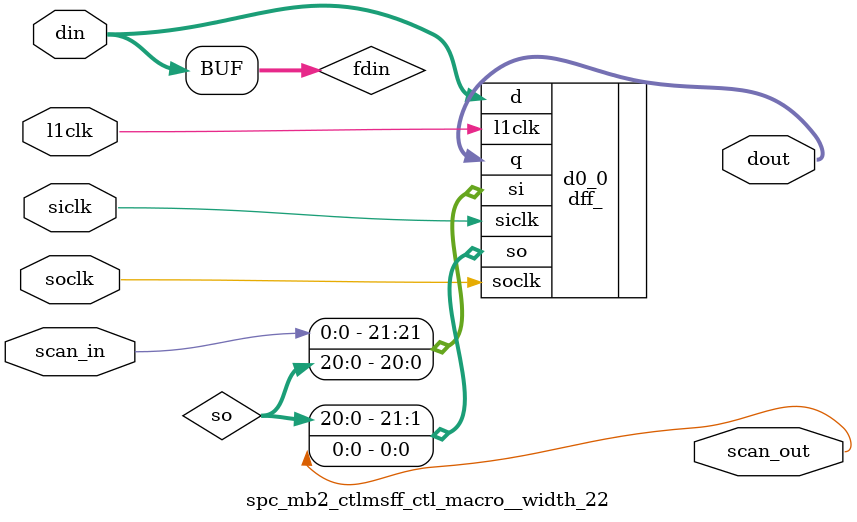
<source format=v>
module spc_mb2_ctl (
  scan_out, 
  mb2_done, 
  mb2_run, 
  mb2_addr, 
  mb2_frf_read_en, 
  mb2_frf_write_en, 
  mb2_arf_read_en, 
  mb2_arf_write_en, 
  mb2_irf_read_en, 
  mb2_irf_write_en, 
  mb2_irf_save_en, 
  mb2_irf_restore_en, 
  mb2_mam_read_en, 
  mb2_mam_write_en, 
  mb2_rrf_read_en, 
  mb2_rrf_write_en, 
  mb2_write_data, 
  mb2_write_data_p1, 
  mb2_write_data_p2, 
  mb2_misc_pmen, 
  mb2_mbist_fail, 
  l2clk, 
  scan_in, 
  tcu_pce_ov, 
  tcu_clk_stop, 
  tcu_aclk, 
  tcu_bclk, 
  tcu_scan_en, 
  lsu_misc_pmen, 
  mbist_start, 
  mbist_user_mode, 
  mbist_bisi_mode, 
  spu_mbi_mam_fail_, 
  spu_mbi_mam_fail2_, 
  spu_mbi_arf_fail_, 
  spu_mbi_rrf_fail_, 
  exu0_mbi_irf_fail_, 
  exu1_mbi_irf_fail_, 
  fgu_mbi_frf_fail);
wire pce_ov;
wire stop;
wire siclk;
wire soclk;
wire se;
wire l1clk;
wire pmen_scanin;
wire pmen_scanout;
wire start_in;
wire misc_pmen_;
wire pmem_unused;
wire clock_enable;
wire l1clk_pm1;
wire input_signals_reg_scanin;
wire input_signals_reg_scanout;
wire bisi_mode;
wire user_mode;
wire mb_enable_reg_scanin;
wire mb_enable_reg_scanout;
wire mb_enable;
wire mb_enable_out;
wire start;
wire config_reg_scanin;
wire config_reg_scanout;
wire [1:0] config_in;
wire [1:0] config_out;
wire start_transition;
wire end_transition;
wire reset_engine;
wire loop_again;
wire run;
wire loop_again_reg_scanin;
wire loop_again_reg_scanout;
wire stop_engine_l;
wire stop_engine_l_q;
wire mb_user_loop_mode;
wire array_usr_reg_scanin;
wire array_usr_reg_scanout;
wire [3:0] user_array_in;
wire [3:0] user_array;
wire user_addr_mode_reg_scanin;
wire user_addr_mode_reg_scanout;
wire user_addr_mode_in;
wire user_addr_mode;
wire user_start_addr_reg_scanin;
wire user_start_addr_reg_scanout;
wire [9:0] user_start_addr_in;
wire [9:0] user_start_addr;
wire user_stop_addr_reg_scanin;
wire user_stop_addr_reg_scanout;
wire [9:0] user_stop_addr_in;
wire [9:0] user_stop_addr;
wire user_incr_addr_reg_scanin;
wire user_incr_addr_reg_scanout;
wire [9:0] user_incr_addr_in;
wire [9:0] user_incr_addr;
wire user_data_mode_reg_scanin;
wire user_data_mode_reg_scanout;
wire user_data_mode_in;
wire user_data_mode;
wire user_data_reg_scanin;
wire user_data_reg_scanout;
wire [7:0] user_data_in;
wire [7:0] user_data;
wire user_cmpselinc_hold_reg_scanin;
wire user_cmpselinc_hold_reg_scanout;
wire user_cmpselinc_hold_in;
wire user_cmpselinc_hold;
wire user_cmpsel_reg_scanin;
wire user_cmpsel_reg_scanout;
wire [2:0] user_cmpsel_in;
wire [2:0] user_cmpsel;
wire user_loop_mode_reg_scanin;
wire user_loop_mode_reg_scanout;
wire user_loop_mode_in;
wire user_loop_mode;
wire ten_n_mode_reg_scanin;
wire ten_n_mode_reg_scanout;
wire ten_n_mode_in;
wire ten_n_mode;
wire user_bisi_wr_mode_reg_scanin;
wire user_bisi_wr_mode_reg_scanout;
wire user_bisi_wr_mode_in;
wire user_bisi_wr_mode;
wire user_bisi_rd_mode_reg_scanin;
wire user_bisi_rd_mode_reg_scanout;
wire user_bisi_rd_mode_in;
wire user_bisi_rd_mode;
wire mb_user_data_mode;
wire mb_user_addr_mode;
wire mb_ten_n_mode;
wire mb_user_cmpselinc_hold;
wire mb_user_bisi_wr_mode;
wire mb_user_bisi_rd_mode;
wire mb_user_bisi_rw_mode;
wire mb_default_bisi;
wire [9:0] stop_addr;
wire array_0;
wire array_1;
wire array_2;
wire array_3;
wire array_4;
wire array_5;
wire rw_0;
wire [2:0] rw;
wire rw_1;
wire rw_2;
wire rw_3;
wire rw_4;
wire rw_5;
wire rw_6;
wire march_0;
wire [3:0] march_element;
wire march_1;
wire march_2;
wire march_3;
wire march_4;
wire march_5;
wire march_6;
wire march_7;
wire march_8;
wire [9:0] mem_addr;
wire addr_mix;
wire [9:0] up_addr;
wire cntl_msb;
wire [34:0] cntl_out;
wire cntl_bisi;
wire [3:0] cntl_array_sel;
wire last_array;
wire [2:0] cntl_cmp_sel;
wire sel_cmp_pass;
wire cmp_0;
wire cmp_7;
wire [2:0] cmp_sel_cntl_out;
wire cmp_sel_reg_scanin;
wire cmp_sel_reg_scanout;
wire [2:0] cmp_sel;
wire [2:0] cmp_sel_out;
wire [1:0] cntl_data_sel;
wire cntl_addr_mix;
wire [3:0] cntl_march_element;
wire sel_march_1_pass;
wire [15:0] cntl_algr;
wire [15:0] next_algr;
wire cout_addr;
wire [34:0] cntl_in;
wire run3;
wire sel_nextaddr_reset;
wire sel_nextaddr_restart;
wire overflow;
wire sel_nextaddr_incred;
wire cout_rw;
wire sel_nextaddr_same;
wire [9:0] start_addr;
wire [9:0] restart_addr;
wire [9:0] incred_addr;
wire [9:0] cntl_addr;
wire [9:0] incr_addr;
wire upaddr;
wire [2:0] cntl_rw;
wire upaddr_pre;
wire [3:0] march_element_pre;
wire march_pre_0;
wire march_pre_1;
wire march_pre_2;
wire march_pre_6;
wire march_pre_7;
wire sel_rw_pass;
wire [2:0] next_rw;
wire [3:0] array_sel;
wire cntl_reg_scanin;
wire cntl_reg_scanout;
wire one_cycle_march;
wire five_cycle_march;
wire two_cycle_march;
wire bisi_wr_mode;
wire bisi_rd_mode;
wire sel_rw_1_pass;
wire sel_rw_2_pass;
wire sel_rw_5_pass;
wire true_data_l;
wire true_data;
wire [7:0] data_pat_sel;
wire [7:0] mem_data1;
wire [7:0] mem_data;
wire [9:0] adj_addr;
wire mem_wr_pbi;
wire mem_wr;
wire mem_save;
wire mem_restore;
wire mem_rd_pbi;
wire mem_rd;
wire [3:0] array_sel_cntl_out;
wire array_sel_reg_scanin;
wire array_sel_reg_scanout;
wire [3:0] array_sel_out;
wire [3:0] march_element_cntl_out;
wire marche_element_reg_scanin;
wire marche_element_reg_scanout;
wire [3:0] march_element_out;
wire mb_run;
wire [15:0] mb_addr;
wire [7:0] mb_write_data;
wire mb_array_0_rd;
wire mb_array_1_rd;
wire mb_array_2_rd;
wire mb_array_3_rd;
wire mb_array_save;
wire mb_array_5_rd;
wire mb_array_0_wr;
wire mb_array_1_wr;
wire mb_array_2_wr;
wire mb_array_3_wr;
wire mb_array_restore;
wire mb_array_5_wr;
wire spu_arf_fail;
wire mb2_arf_read_en_p2;
wire spu_rrf_fail;
wire mb2_rrf_read_en_p2;
wire spu_mam_fail;
wire mb2_mam_read_en_p2;
wire exu0_irf_fail;
wire mb2_irf_read_en_p4;
wire exu1_irf_fail;
wire arf_fail;
wire run3_transition;
wire spu_arf_fail_sticky;
wire rrf_fail;
wire spu_rrf_fail_sticky;
wire mam_fail;
wire spu_mam_fail_sticky;
wire irf0_fail;
wire exu0_irf_fail_sticky;
wire irf1_fail;
wire exu1_irf_fail_sticky;
wire frf_fail;
wire fgu_frf_fail_sticky;
wire fail_reg_scanin;
wire fail_reg_scanout;
wire mbist_fail_sticky;
wire mbist_fail_array;
wire valid_fail;
wire mb_done;
wire mb_fail;
wire msb_latch_scanin;
wire msb_latch_scanout;
wire msb_in;
wire msb_out;
wire [4:0] done_delay;
wire run3_transition_reg_scanin;
wire run3_transition_reg_scanout;
wire run3_out;
wire done_delay_reg_scanin;
wire done_delay_reg_scanout;
wire [4:0] done_delay_in;
wire out_run_mb_arrays_reg_scanin;
wire out_run_mb_arrays_reg_scanout;
wire mb_run_out;
wire out_data_mb_arrays_reg_scanin;
wire out_data_mb_arrays_reg_scanout;
wire [7:0] mb_write_data_out;
wire out_addr_mb_arrays_reg_scanin;
wire out_addr_mb_arrays_reg_scanout;
wire [15:0] mb_addr_out;
wire out_wr_mb_arrays_reg_scanin;
wire out_wr_mb_arrays_reg_scanout;
wire mb_array_0_wr_out;
wire mb_array_1_wr_out;
wire mb_array_2_wr_out;
wire mb_array_3_wr_out;
wire mb_array_5_wr_out;
wire out_rd_mb_arrays_reg_scanin;
wire out_rd_mb_arrays_reg_scanout;
wire mb_array_0_rd_out;
wire mb_array_1_rd_out;
wire mb_array_2_rd_out;
wire mb_array_3_rd_out;
wire mb_array_5_rd_out;
wire out_mb_tcu_done_reg_scanin;
wire out_mb_tcu_done_reg_scanout;
wire mb_done_out;
wire out_mb_tcu_fail_reg_scanin;
wire out_mb_tcu_fail_reg_scanout;
wire mb_fail_out;
wire spares_scanin;
wire spares_scanout;
wire i_delay_4th_scanin;
wire i_delay_4th_scanout;
wire mb2_irf_read_en_p1;
wire mb2_irf_read_en_p2;
wire mb2_irf_read_en_p3;
wire delayed_cmp_rd_data_reg_scanin;
wire delayed_cmp_rd_data_reg_scanout;
wire mb2_arf_read_en_p1;
wire mb2_mam_read_en_p1;
wire mb2_rrf_read_en_p1;
wire out_save_restore_mb_arrays_reg_scanin;
wire out_save_restore_mb_arrays_reg_scanout;




// /////////////////////////////////////////////////////////////////////////////
// Outputs
// /////////////////////////////////////////////////////////////////////////////

   output		    scan_out;

   output		    mb2_done;

   output		    mb2_run;
   output [15:0]	    mb2_addr;
   output		    mb2_frf_read_en;
   output		    mb2_frf_write_en;
   output		    mb2_arf_read_en;
   output		    mb2_arf_write_en;
   output		    mb2_irf_read_en;
   output		    mb2_irf_write_en;
   output		    mb2_irf_save_en;
   output		    mb2_irf_restore_en;
   output		    mb2_mam_read_en;
   output		    mb2_mam_write_en;
   output		    mb2_rrf_read_en;
   output		    mb2_rrf_write_en;
   output [7:0]		    mb2_write_data;
   output [7:0]		    mb2_write_data_p1;
   output [7:0]		    mb2_write_data_p2;

   output                   mb2_misc_pmen;
   output		    mb2_mbist_fail;

// /////////////////////////////////////////////////////////////////////////////
// Inputs
// /////////////////////////////////////////////////////////////////////////////

   input		    l2clk;
   input		    scan_in;
   input		    tcu_pce_ov;			// scan signals
   input		    tcu_clk_stop;
   input		    tcu_aclk;
   input		    tcu_bclk;
   input            	    tcu_scan_en;
   input                    lsu_misc_pmen;		// Power management enable

   input		    mbist_start;
   input		    mbist_user_mode;
   input		    mbist_bisi_mode;


   input		    spu_mbi_mam_fail_; 		// MBIST comparator output bits 63:0
   input		    spu_mbi_mam_fail2_; 	// MBIST comparator output bits 71:64
   input		    spu_mbi_arf_fail_;		// MBIST comparator
   input		    spu_mbi_rrf_fail_;		// MBIST comparator

   input  [1:0]		    exu0_mbi_irf_fail_;		// MBIST [0] == data[63:0]; [1] == data[71:64]
   input  [1:0]		    exu1_mbi_irf_fail_;		// MBIST [0] == data[63:0]; [1] == data[71:64]
   input     		    fgu_mbi_frf_fail;


   supply0 vss; // <- port for ground
   supply1 vdd; // <- port for power 



// /////////////////////////////////////////////////////////////////////////////
// Scan Renames
// /////////////////////////////////////////////////////////////////////////////

assign pce_ov = tcu_pce_ov;
assign stop   = tcu_clk_stop;
assign siclk  = tcu_aclk;
assign soclk  = tcu_bclk;
assign se     = tcu_scan_en;




////////////////////////////////////////////////////////////////////////////////
// Clock header
////////////////////////////////////////////////////////////////////////////////

spc_mb2_ctll1clkhdr_ctl_macro clkgen (
        .l2clk  (l2clk 		),
        .l1en   (1'b1		),
        .l1clk  (l1clk		),
  .pce_ov(pce_ov),
  .stop(stop),
  .se(se));

spc_mb2_ctlmsff_ctl_macro__width_3 pmen  (
	.scan_in(pmen_scanin),
	.scan_out(pmen_scanout),
	.l1clk    ( l1clk					),	// Must be connected to a free running clock
	.din      ({mbist_start, ~lsu_misc_pmen , 1'b0}		),
	.dout     ({start_in   ,  misc_pmen_    , pmem_unused}	),
  .siclk(siclk),
  .soclk(soclk));

assign mb2_misc_pmen	= ~misc_pmen_;					// Sent to MB1 for timing reasons

assign clock_enable	= start_in | mb2_done | mb2_run | mb2_mbist_fail | misc_pmen_;

spc_mb2_ctll1clkhdr_ctl_macro clkgen_pm1 (
        .l2clk  (l2clk 		),
        .l1en   (clock_enable	),
        .l1clk  (l1clk_pm1	),
  .pce_ov(pce_ov),
  .stop(stop),
  .se(se));


// /////////////////////////////////////////////////////////////////////////////
//
// MBIST Config Register
//
// /////////////////////////////////////////////////////////////////////////////
//
// A low to high transition on mbist_start will reset and start the engine.  
// mbist_start must remain active high for the duration of MBIST.  
// If mbist_start deasserts the engine will stop but not reset.
// Once MBIST has completed mb0_done will assert and the fail status
// signals will be valid.  
// To run MBIST again the mbist_start signal must transition low then high.
//
// Loop on Address will disable the address mix function.
//
// /////////////////////////////////////////////////////////////////////////////

  // flop incoming signals:

  spc_mb2_ctlmsff_ctl_macro__width_2 input_signals_reg  (
               .scan_in(input_signals_reg_scanin),
               .scan_out(input_signals_reg_scanout),
               .l1clk    ( l1clk	                                 ),
               .din      ( {mbist_bisi_mode,mbist_user_mode} ),
               .dout     ( {bisi_mode      ,user_mode}       ),
  .siclk(siclk),
  .soclk(soclk));
  

  // default   : mb_enable=0
  // bisi      : mb_enable=0
  // user_mode : mb_enable=depend on programmed value

  spc_mb2_ctlmsff_ctl_macro__width_1 mb_enable_reg  (
               .scan_in(mb_enable_reg_scanin),
               .scan_out(mb_enable_reg_scanout),
               .l1clk    ( l1clk_pm1           ),
               .din      ( mb_enable           ),
               .dout     ( mb_enable_out       ),
  .siclk(siclk),
  .soclk(soclk));


//assign mb_enable = user_mode ? mb_enable_out : 1'b0;
  assign mb_enable = mb_enable_out;

 
  assign start = user_mode ? (mb_enable_out & start_in) :
                              start_in;



  spc_mb2_ctlmsff_ctl_macro__width_2 config_reg  (
               .scan_in(config_reg_scanin),
               .scan_out(config_reg_scanout),
               .l1clk    ( l1clk_pm1            ),
               .din      ( config_in[1:0]       ),
               .dout     ( config_out[1:0]      ),
  .siclk(siclk),
  .soclk(soclk));

   
  assign config_in[0]        =    start;
  assign config_in[1]        =    config_out[0];
  assign start_transition    =    config_out[0] & ~config_out[1];
  assign end_transition      =   ~config_out[0] &  config_out[1];
  assign reset_engine        =    start_transition | loop_again  | end_transition;
  assign run                 =    config_out[1];


  spc_mb2_ctlmsff_ctl_macro__width_1 loop_again_reg  (
               .scan_in(loop_again_reg_scanin),
               .scan_out(loop_again_reg_scanout),
               .l1clk    ( l1clk_pm1        ),
               .din      ( stop_engine_l    ),
               .dout     ( stop_engine_l_q  ),
  .siclk(siclk),
  .soclk(soclk));

  assign loop_again=mb_user_loop_mode ? stop_engine_l & ~stop_engine_l_q:  1'b0;


   





////////////////////////////////////////////////////////////////////////////////
// user control registers
//                         size
// -  user_array           4
// -  user_addr_mode        1
// -  user_start_addr      10
// -  user_stop_addr       10
// -  user_inc_addr        10
// -  user_data_mode        1
// -  user_data             8
// -  user_cmpselinc_mode   1
// -  user_cmpselinc        3
// -  user_loop_mode        1
// -  user_cam_select       2
// -  user_cam_test_sel     4
////////////////////////////////////////////////////////////////////////////////


   spc_mb2_ctlmsff_ctl_macro__width_4 array_usr_reg  (
                  .scan_in(array_usr_reg_scanin),
                  .scan_out(array_usr_reg_scanout),
                  .l1clk    ( l1clk_pm1            ),
  	          .din      ( user_array_in[3:0]   ),
  		  .dout     ( user_array[3:0]      ),
  .siclk(siclk),
  .soclk(soclk));

   assign user_array_in[3:0]=user_array[3:0];


   // user address mode

   spc_mb2_ctlmsff_ctl_macro__width_1 user_addr_mode_reg  (
                  .scan_in(user_addr_mode_reg_scanin),
                  .scan_out(user_addr_mode_reg_scanout),
                  .l1clk    ( l1clk_pm1             ),
  	          .din      ( user_addr_mode_in     ),
  		  .dout     ( user_addr_mode        ),
  .siclk(siclk),
  .soclk(soclk));

   assign user_addr_mode_in=user_addr_mode;
   

   //  user start address
   
  spc_mb2_ctlmsff_ctl_macro__width_10 user_start_addr_reg  (
                 .scan_in(user_start_addr_reg_scanin),
                 .scan_out(user_start_addr_reg_scanout),
                 .l1clk    ( l1clk_pm1                 ),
                 .din      ( user_start_addr_in[9:0]   ),
                 .dout     ( user_start_addr[9:0]      ),
  .siclk(siclk),
  .soclk(soclk));


   assign user_start_addr_in[9:0]=user_start_addr[9:0];

   //  user stop address
   
  spc_mb2_ctlmsff_ctl_macro__width_10 user_stop_addr_reg  (
                 .scan_in(user_stop_addr_reg_scanin),
                 .scan_out(user_stop_addr_reg_scanout),
                 .l1clk    ( l1clk_pm1                ),
                 .din      ( user_stop_addr_in[9:0]   ),
                 .dout     ( user_stop_addr[9:0]      ),
  .siclk(siclk),
  .soclk(soclk));


   assign user_stop_addr_in[9:0]=user_stop_addr[9:0];
   

  //  user increment address
   
  spc_mb2_ctlmsff_ctl_macro__width_10 user_incr_addr_reg  (
                 .scan_in(user_incr_addr_reg_scanin),
                 .scan_out(user_incr_addr_reg_scanout),
                 .l1clk    ( l1clk_pm1                ),
                 .din      ( user_incr_addr_in[9:0]   ),
                 .dout     ( user_incr_addr[9:0]      ),
  .siclk(siclk),
  .soclk(soclk));


   assign user_incr_addr_in[9:0]=user_incr_addr[9:0];

   // user data mode

   spc_mb2_ctlmsff_ctl_macro__width_1 user_data_mode_reg  (
                  .scan_in(user_data_mode_reg_scanin),
                  .scan_out(user_data_mode_reg_scanout),
                  .l1clk    ( l1clk_pm1             ),
  	          .din      ( user_data_mode_in     ),
   		  .dout     ( user_data_mode        ),
  .siclk(siclk),
  .soclk(soclk));

							 
   assign user_data_mode_in=user_data_mode;

   //  user data select
   
   spc_mb2_ctlmsff_ctl_macro__width_8 user_data_reg  (
                 .scan_in(user_data_reg_scanin),
                 .scan_out(user_data_reg_scanout),
                 .l1clk    ( l1clk_pm1           ),
                 .din      ( user_data_in[7:0]   ),
                 .dout     ( user_data[7:0]      ),
  .siclk(siclk),
  .soclk(soclk));


   assign user_data_in[7:0]    =    user_data[7:0];


   // user cmp sel inc
   // if its one, user need to program the cmpselinc register
   // otherwise it will loop all cmpsel

   spc_mb2_ctlmsff_ctl_macro__width_1 user_cmpselinc_hold_reg  (
                  .scan_in(user_cmpselinc_hold_reg_scanin),
                  .scan_out(user_cmpselinc_hold_reg_scanout),
                  .l1clk    ( l1clk_pm1                  ),
  	          .din      ( user_cmpselinc_hold_in     ),
   		  .dout     ( user_cmpselinc_hold        ),
  .siclk(siclk),
  .soclk(soclk));

							 
   assign user_cmpselinc_hold_in=user_cmpselinc_hold;



   // user cmp sel reg
   
   spc_mb2_ctlmsff_ctl_macro__width_3 user_cmpsel_reg  (
                  .scan_in(user_cmpsel_reg_scanin),
                  .scan_out(user_cmpsel_reg_scanout),
                  .l1clk    ( l1clk_pm1             ),
  	          .din      ( user_cmpsel_in[2:0]   ),
  		  .dout     ( user_cmpsel[2:0]      ),
  .siclk(siclk),
  .soclk(soclk));

   assign user_cmpsel_in[2:0]=user_cmpsel[2:0];

   // user loop mode

   spc_mb2_ctlmsff_ctl_macro__width_1 user_loop_mode_reg  (
                  .scan_in(user_loop_mode_reg_scanin),
                  .scan_out(user_loop_mode_reg_scanout),
                  .l1clk    ( l1clk_pm1             ),
  	          .din      ( user_loop_mode_in     ),
  		  .dout     ( user_loop_mode        ),
  .siclk(siclk),
  .soclk(soclk));

  
   assign user_loop_mode_in=user_loop_mode;

   
   // 10N Algorithm for bit mapping

   spc_mb2_ctlmsff_ctl_macro__width_1 ten_n_mode_reg  (
                  .scan_in(ten_n_mode_reg_scanin),
                  .scan_out(ten_n_mode_reg_scanout),
                  .l1clk    ( l1clk_pm1         ),
  	          .din      ( ten_n_mode_in     ),
  		  .dout     ( ten_n_mode        ),
  .siclk(siclk),
  .soclk(soclk));

  
   assign ten_n_mode_in=ten_n_mode;



   spc_mb2_ctlmsff_ctl_macro__width_1 user_bisi_wr_mode_reg  (
                  .scan_in(user_bisi_wr_mode_reg_scanin),
                  .scan_out(user_bisi_wr_mode_reg_scanout),
                  .l1clk    ( l1clk_pm1	                  ),
  	          .din      ( user_bisi_wr_mode_in   ),
  		  .dout     ( user_bisi_wr_mode      ),
  .siclk(siclk),
  .soclk(soclk));

   assign user_bisi_wr_mode_in=user_bisi_wr_mode;

   spc_mb2_ctlmsff_ctl_macro__width_1 user_bisi_rd_mode_reg  (
                  .scan_in(user_bisi_rd_mode_reg_scanin),
                  .scan_out(user_bisi_rd_mode_reg_scanout),
                  .l1clk    ( l1clk_pm1	                  ),
  	          .din      ( user_bisi_rd_mode_in   ),
  		  .dout     ( user_bisi_rd_mode      ),
  .siclk(siclk),
  .soclk(soclk));

   assign user_bisi_rd_mode_in=user_bisi_rd_mode;


   assign mb_user_data_mode = user_mode & user_data_mode;
   assign mb_user_addr_mode = user_mode & user_addr_mode;
   assign mb_ten_n_mode     = user_mode & ten_n_mode;
   assign mb_user_loop_mode = user_mode & user_loop_mode;
   assign mb_user_cmpselinc_hold = user_mode & user_cmpselinc_hold;



   assign mb_user_bisi_wr_mode   = user_mode & user_bisi_wr_mode & bisi_mode;
   assign mb_user_bisi_rd_mode   = user_mode & user_bisi_rd_mode & bisi_mode;

   assign mb_user_bisi_rw_mode   = ((~user_bisi_wr_mode & ~user_bisi_rd_mode) | (user_bisi_wr_mode & user_bisi_rd_mode)) & bisi_mode;

   assign mb_default_bisi = bisi_mode & ~user_mode;



   assign stop_addr[9:0]  = ({10{ mb_user_addr_mode          }} & user_stop_addr[9:0]) |
                            ({10{~mb_user_addr_mode & array_0}} & 10'b00_0001_1111   ) |	// arf
                            ({10{~mb_user_addr_mode & array_1}} & 10'b00_0011_1111   ) |	// rrf
                            ({10{~mb_user_addr_mode & array_2}} & 10'b00_1001_1111   ) |	// mam
                            ({10{~mb_user_addr_mode & array_3}} & 10'b00_0111_1111   ) |	// irf active
                            ({10{~mb_user_addr_mode & array_4}} & 10'b00_0111_1111   ) |    // irf shadow
                            ({10{~mb_user_addr_mode & array_5}} & 10'b00_1111_1111   );		// frf



   assign rw_0           =  (rw[2:0]==3'b000);
   assign rw_1           =  (rw[2:0]==3'b001);
   assign rw_2           =  (rw[2:0]==3'b010);
   assign rw_3           =  (rw[2:0]==3'b011);
   assign rw_4           =  (rw[2:0]==3'b100);
   assign rw_5           =  (rw[2:0]==3'b101);
   assign rw_6           =  (rw[2:0]==3'b110);
// assign rw_7           =  (rw[2:0]==3'b111);








   assign march_0   = (march_element[3:0]==4'h0);
   assign march_1   = (march_element[3:0]==4'h1);
   assign march_2   = (march_element[3:0]==4'h2);
   assign march_3   = (march_element[3:0]==4'h3);
   assign march_4   = (march_element[3:0]==4'h4);
   assign march_5   = (march_element[3:0]==4'h5);
   assign march_6   = (march_element[3:0]==4'h6);
   assign march_7   = (march_element[3:0]==4'h7);
   assign march_8   = (march_element[3:0]==4'h8);


   ////////////////////////////////////////////////////////////////////////////////////////////////////////////
   /// address mix : fast_row and fast_column
   ////////////////////////////////////////////////////////////////////////////////////////////////////////////

   // arf: no column decorder or multiple bansk
   // maps one to one  - logical to physical

   // rrf:  no column decoder or banks addr[5:0]
   //       maps one to one



   // mam:  
   //        -  address 7:5 is for block select (0-5) blocks
   //        -  4:1  row select
   //        -  0 column select

   // irf:  
   //        -  addr[0] is for column select
   //        -  addr[6:0]
   //


   
   assign mem_addr[9:0]   =   (addr_mix & array_0) ? { up_addr[9:5],up_addr[3:0],up_addr[4] } : // arf fixed w/circuit
                              (addr_mix & array_1) ? { up_addr[9:6],up_addr[2:0],up_addr[5:3] } : // rrf fixed w/circuit
                              (addr_mix & array_2) ? { up_addr[9:5],up_addr[3:0],up_addr[4] } : // mam fixed w/circuit
                              (addr_mix & array_3) ? { up_addr[9:7],up_addr[5:0],up_addr[6] } : // irf active w/circuit
                              (addr_mix & array_4) ? { up_addr[9:0] } : // no addr mix for irf shadow
                              (addr_mix & array_5) ? { up_addr[9:8],up_addr[6:0],up_addr[7]} :  // frf w/circuit
                                             up_addr[9:0];






   assign cntl_msb                    =       start_in & cntl_out[34];    // done selection


   assign cntl_bisi                    =       mb_default_bisi | mb_user_bisi_rw_mode ? cntl_out[33] :
                                                                                        1'b1;


   assign cntl_array_sel[3:0]        =       (last_array | user_mode) ? 4'b1111:
                                                        cntl_out[32:29];    // array selection 

   assign cntl_cmp_sel[2:0]  = sel_cmp_pass ? {3'b111} :
                                              cntl_out[28:26];
   
   // cmp

   assign sel_cmp_pass= mb_user_cmpselinc_hold |
                             (array_0 & cmp_0) |  // arf
                             (array_1 & cmp_0) |  // rrf
  	                         (array_2 & cmp_0) |  // mam
                             (array_3 & cmp_0) |  // irf active
                             (array_4 & cmp_7) |  // irf shadow
                             (array_5 & cmp_0) ;  // frf


  // cmp logic

   assign cmp_sel_cntl_out[2:0] = cntl_out[28:26];

   spc_mb2_ctlmsff_ctl_macro__width_3 cmp_sel_reg  (
               .scan_in(cmp_sel_reg_scanin),
               .scan_out(cmp_sel_reg_scanout),
               .l1clk    ( l1clk_pm1        ),
               .din      ( cmp_sel[2:0]     ),
               .dout     ( cmp_sel_out[2:0] ),
  .siclk(siclk),
  .soclk(soclk));

   assign cmp_sel[2:0]=(&cmp_sel_cntl_out[2:0] & ~array_4) ? cmp_sel_out[2:0] :
                        mb_user_cmpselinc_hold         ? user_cmpsel[2:0] :
                                                  cmp_sel_cntl_out[2:0];
   

   assign cmp_0      = cmp_sel[2:0]==3'b000;
   assign cmp_7      = cmp_sel[2:0]==3'b111;


   assign cntl_data_sel[1:0]          =   bisi_mode |
                                          mb_user_data_mode  ? 2'b11 :    cntl_out[25:24];    // data selection

   assign cntl_addr_mix               =   (bisi_mode | mb_user_addr_mode) ? 1'b1  :    cntl_out[23];    // address mix
   assign addr_mix                    =   (bisi_mode | mb_user_addr_mode) ? 1'b0  :    cntl_out[23];


   assign cntl_march_element[3:0]     =   sel_march_1_pass  ? 4'b1111:
                                                              cntl_out[22:19];    // march element


   assign cntl_algr[15:0] =       {cntl_msb,
                                   cntl_bisi,
                                   cntl_array_sel[3:0],
			                       cntl_cmp_sel[2:0],
			                       cntl_data_sel[1:0],
			                       cntl_addr_mix,
			                       cntl_march_element[3:0]};


   assign next_algr[15:0] = cout_addr ? cntl_algr[15:0] + 16'h1 : cntl_algr[15:0];         // mbist control

   // next algr
   assign cntl_in[34:19]   = reset_engine              ? {16'b000000_0000000000}:
     	                     ~run3                     ? cntl_algr[15:0]:	  
	                                                    next_algr[15:0];



   // reset_engine   run3    overflow   cout_rw    output
   // ---------------------------------------------------------
   //    1             x        x          x       start_addr
   //    0             0        x          x       cntl_addr
   //    0             1        1          x       restart_addr
   //    0             1        0          1       incred_addr
   //    0             1        0          0       cntl_addr                                     


   assign sel_nextaddr_reset    = reset_engine;
   assign sel_nextaddr_restart  = ~reset_engine & run3 & overflow;
   assign sel_nextaddr_incred   = ~reset_engine & run3 & ~overflow & cout_rw;
   assign sel_nextaddr_same     = ~(sel_nextaddr_reset | sel_nextaddr_restart | sel_nextaddr_incred);

   assign cntl_in[12:3] = ({10{sel_nextaddr_reset}} & start_addr[9:0]) |
                          ({10{sel_nextaddr_restart}} & restart_addr[9:0]) |
                          ({10{sel_nextaddr_incred}} & incred_addr[9:0]) |
                          ({10{sel_nextaddr_same}} & cntl_addr[9:0]);  
   




   assign incr_addr[9:0]  = mb_user_addr_mode ? user_incr_addr[9:0] : 10'b00_00000001;


   assign start_addr[9:0] = mb_user_addr_mode ? user_start_addr[9:0] : 10'b00_00000000;
   
   
   // assign next_addr_out[9:0] = cout_rw ? cntl_addr[9:0] + incr_addr[9:0] : cntl_addr[9:0];    // next address

   assign incred_addr[9:0] = cntl_addr[9:0] + incr_addr[9:0];


   assign overflow   = upaddr   ? ( cntl_addr[9:0] == stop_addr[9:0]) &  (cntl_rw[2:0]==3'b111):
                                  (~cntl_addr[9:0] == start_addr[9:0]) & (cntl_rw[2:0]==3'b111);


   // assign next_addr[9:0]= overflow ? restart_addr[9:0] : next_addr_out[9:0];
  
   assign restart_addr[9:0] = upaddr_pre ? start_addr[9:0] : ~stop_addr[9:0];
      
   assign cout_addr =  overflow;


   assign march_element_pre[3:0]=next_algr[3:0];

   assign march_pre_0   = ~(march_element_pre[3] | march_element_pre[2] |  march_element_pre[1] |  march_element_pre[0]);
   assign march_pre_1   = ~(march_element_pre[3] | march_element_pre[2] |  march_element_pre[1] | ~march_element_pre[0]);
   assign march_pre_2   = ~(march_element_pre[3] | march_element_pre[2] | ~march_element_pre[1] |  march_element_pre[0]);
   assign march_pre_6   = ~(march_element_pre[3] |~march_element_pre[2] | ~march_element_pre[1] |  march_element_pre[0]);
   assign march_pre_7   = ~(march_element_pre[3] | march_element_pre[3] | ~march_element_pre[2] | ~march_element_pre[1] | ~march_element_pre[0]); 
   

   assign upaddr_pre =     march_pre_0 | march_pre_1 | march_pre_2 | march_pre_6 | march_pre_7;



   /////////////////////////
   // rw engine
   /////////////////////////

   assign cntl_rw[2:0]                =   sel_rw_pass      ? 3'b111: 
                                                               cntl_out[ 2: 0];    // read write control

   assign next_rw[2:0] = cntl_rw[2:0]+3'b001 ;              

   
   assign cout_rw = &cntl_rw[2:0];     // carry over for rw 


   // next rw
   assign cntl_in[2:0]     = reset_engine  ? 3'b000 : 
	                         ~run3            ? cntl_rw[2:0]:
	                                                    next_rw[2:0];
   


    ////////////////////////////////////////////////////////////////////////////////
    // array selection
    ////////////////////////////////////////////////////////////////////////////////



   
    assign array_0     = array_sel[3:0]==4'h0;
    assign array_1     = array_sel[3:0]==4'h1;
    assign array_2     = array_sel[3:0]==4'h2;
    assign array_3     = array_sel[3:0]==4'h3;
    assign array_4     = array_sel[3:0]==4'h4;
    assign array_5     = array_sel[3:0]==4'h5;
//    assign array_end   = array_sel[3:0]==4'h5;


   assign last_array = array_5;




// /////////////////////////////////////////////////////////////////////////////
//
// MBIST Control Register
//
// /////////////////////////////////////////////////////////////////////////////
// standard membist
// /////////////////////////////////////////////////////////////////////////////
//   0       1       2       3      4      5          6         7        8
// ^(W0);^(R0W1);^(R1W0);v(R0W1);v(R1W0);v(R0);^(W1W0*R1R0W0);v(W1);^(W0W1*R0R1W1);
//   
// - there are 9 march elements in the engine
//   march_0 - march_8 indicate which march element it's in
//
// - for each march element, there are write and read sequences and for some
//   just write or just read
// 
// - for each march element, it can move upaddr (0-max) or downaddr (max-0)
//
//       march      rw       upaddr                    truedata
// --------------------------------------------------------------------------------
//    -  march_0    w          1    one_cycle_march       rw_0        ^(W0)
//    -  march_1    rw         1    two_cycle_march       rw_0        ^(R0W1)
//    -  march_2    rw         1    two_cycle_march       rw_1        ^(R1W0)
//    -  march_3    rw         0    two_cycle_march       rw_0        v(R0W1)
//    -  march_4    rw         0    two_cycle_march       rw_1        v(R1W0)
//    -  march_5    r          0    one_cycle_march       rw_0        v(R0)
//    -  march_6    wwrrw      1    five_cycle_march      rw_1,3,4    ^(W1W0*R1R0W0)
//    -  march_7    w          0    one_cycle_march       --          v(W1)
//    -  march_8    wwrrw      1    five_cycle_march      rw_0,2      ^(W0W1*R0R1W1)
// mbist address:
//    one_cycle_march  : march_0 | march_5 | march_7
//    five_cycle_march : march_6 | march_8
//    two_cycle_march  : ~(one_cycle_march | five_cycle_march)

   ////////////////////////////////////////////////////////////////////////////////
   //////  user mode signals

// the different between cntl_march and march is that march is before mux and
// and cntl_march is after mux

// IRF-shadow
// write: W1,S1,X,W0,restore
// rw   : R1,W1,S1,X,W0,restore

   spc_mb2_ctlmsff_ctl_macro__width_29 cntl_reg  (
                 .scan_in(cntl_reg_scanin),
                 .scan_out(cntl_reg_scanout),
                 .l1clk    ( l1clk_pm1                            ),
                 .din      ({cntl_in[34:19] ,cntl_in[12:0]}       ),
                 .dout     ({cntl_out[34:19],cntl_out[12:0]}      ),
  .siclk(siclk),
  .soclk(soclk));


   assign one_cycle_march  =  march_0 | march_5 | march_7;
   assign five_cycle_march =  march_6 | march_8;
   assign two_cycle_march  = ~(one_cycle_march | five_cycle_march);


   // this will indicate last march turn
   assign sel_march_1_pass = bisi_mode | ((mb_ten_n_mode | array_4) & march_5) | march_8;


   assign bisi_wr_mode = mb_default_bisi | mb_user_bisi_rw_mode ?  ~cntl_bisi & run3 :
                                                                   mb_user_bisi_wr_mode & run3;
                         
   assign bisi_rd_mode  =mb_default_bisi | mb_user_bisi_rw_mode ?  cntl_bisi & run3 :
                                                                   mb_user_bisi_rd_mode & run3;


   //  control for rw
   assign sel_rw_1_pass = bisi_mode | one_cycle_march ;

   assign sel_rw_2_pass = two_cycle_march;
   assign sel_rw_5_pass = five_cycle_march;

   assign sel_rw_pass = (run3 & sel_rw_1_pass & rw_0 & ~array_4) |
                        (run3 & sel_rw_2_pass & rw_1 & ~array_4) |
                        (run3 & sel_rw_5_pass & rw_4 & ~array_4) |
                        (run3 & array_4 & march_5 & rw_0)  |
                        (run3 & array_4 & march_0 & rw_5)  |
                        (run3 & array_4 & ~(march_5 | march_0) & rw_6) ;

   /////////////////////
   // true data
   ////////////////////


   assign true_data_l     =    bisi_mode |
                             (~array_4 & march_0)   |
                             (array_4 & march_0 & ~rw_3)   |
                             (~array_4 & march_1 & rw_0)   |
                             (array_4 & march_1 & (rw_0 | rw_4))   |
                             (~array_4 & march_2 & rw_1)   |
                             (array_4 & march_2 & (rw_1 | rw_4))   |
                             (~array_4 & march_3 & rw_0)   |
                             (array_4 & march_3 & (rw_0 | rw_4))   |
                             (~array_4 & march_4 & rw_1)   |
                             (array_4 & march_4 & (rw_1 | rw_4))   |
                             (march_5)   |
                             (march_6 & (rw_1 | rw_3 | rw_4))   |
                             (march_8 & (rw_0 | rw_2));

   assign true_data=~true_data_l;


   /////////////////////
   // membist data:
   ////////////////////

   assign data_pat_sel[7:0]        =     mb_user_data_mode                 ?    user_data[7:0]:
                                         bisi_mode                         ?    8'hFF:              
                                         (cntl_data_sel[1:0] == 2'h0)      ?    8'hAA:
                                         (cntl_data_sel[1:0] == 2'h1)      ?    8'h99:
                                         (cntl_data_sel[1:0] == 2'h2)      ?    8'hCC:
                                                                                8'h00;

   assign mem_data1[7:0]         = (true_data) ? data_pat_sel[7:0] : ~data_pat_sel[7:0];
   assign mem_data[7:0]         = ~array_4     ?   mem_data1[7:0] : 
                                   array_4 & bisi_mode ? 8'h00  :
                                                   ~mem_data1[7:0];

   /////////////////////
   // membist address:
   ////////////////////

   assign cntl_addr[9:0]   = cntl_out[12:3];

   assign adj_addr          = (five_cycle_march & (rw_1 | rw_3)) ? {cntl_addr[9:3],~cntl_addr[2],cntl_addr[1:0]}:
                                                                      cntl_addr[9:0] ;



   assign up_addr[9:0]    = upaddr   ?  adj_addr[9:0]:  ~adj_addr[9:0];




   /////////////////////////
   // membist write enable
   /////////////////////////

   
   assign mem_wr_pbi     =    (run3 & ~array_4 & (
                               march_0 |
                               ((march_1 | march_2 | march_3 | march_4 ) & rw_1) |
                               (march_6 & (rw_0 | rw_1 | rw_4)) |
                               march_7 |
                               (march_8 & (rw_0 | rw_1 | rw_4))
                               )) |
                         (run3 & array_4 & (
                               (march_0 & (rw_0 | rw_3)) |
                               ((march_1 | march_2 | march_3 | march_4 ) & (rw_1 | rw_4)) 
                               )) ;


   assign mem_wr = bisi_wr_mode ? mem_wr_pbi :
                   bisi_rd_mode ? 1'b0 :
                                  mem_wr_pbi;
   
   assign mem_save    = (run3 & array_4 & ((march_0 & rw_1) | (~march_0 & rw_2)));
   assign mem_restore = (run3 & array_4 & ((march_0 & rw_4) | (~march_0 & rw_5)));
   /////////////////////////
   // membist read enable
   /////////////////////////

                                            
   assign mem_rd_pbi         =  (~array_4 & run3 & ~mem_wr) |
                            ( array_4 & run3 & ~march_0 & rw_0);  
                                        
   assign mem_rd= bisi_rd_mode ? 1'b1 : mem_rd_pbi;
   // loop detection


   assign upaddr           =    march_0 | march_1 | march_2 | march_6 | march_7 | bisi_mode ;
                                
   
   // next_rw[1:0]
   
   


  assign array_sel_cntl_out[3:0]=cntl_out[32:29];


  spc_mb2_ctlmsff_ctl_macro__width_4 array_sel_reg  (
               .scan_in(array_sel_reg_scanin),
               .scan_out(array_sel_reg_scanout),
               .l1clk    ( l1clk_pm1          ),
               .din      ( array_sel[3:0]     ),
               .dout     ( array_sel_out[3:0] ),
  .siclk(siclk),
  .soclk(soclk));

   assign array_sel[3:0]=(&array_sel_cntl_out[3:0]) ? array_sel_out[3:0] :
                          user_mode                 ? user_array[3:0] :
                                                      array_sel_cntl_out[3:0];

   

  assign march_element_cntl_out[3:0]=cntl_out[22:19];


  spc_mb2_ctlmsff_ctl_macro__width_4 marche_element_reg  (
               .scan_in(marche_element_reg_scanin),
               .scan_out(marche_element_reg_scanout),
               .l1clk    ( l1clk_pm1          ),
               .din      ( march_element[3:0] ),
               .dout     ( march_element_out  ),
  .siclk(siclk),
  .soclk(soclk));

   assign march_element[3:0]=(&march_element_cntl_out[3:0]) ? march_element_out[3:0] :
                                                              march_element_cntl_out[3:0];



  assign rw[2:0]=cntl_out[2:0];







   ////////////////////////////////////   ////////////////////////////////////
   // mbist signals
   ////////////////////////////////////   ////////////////////////////////////
   
   assign mb_run=run;
//   assign mbist_cmp_sel[2:0]=~cntl_cmp_sel[2:0];
   assign mb_addr[15:0]=array_4 ? {6'b000000,cmp_sel[2:0],mem_addr[6:0]} : {6'b000000,mem_addr[9:0]};
   assign mb_write_data[7:0]=mem_data[7:0];


   // only one array read signal should be active   


   assign  mb_array_0_rd= array_0  & mem_rd;
   assign  mb_array_1_rd= array_1  & mem_rd;
   assign  mb_array_2_rd= array_2  & mem_rd;
   assign  mb_array_3_rd= (array_3 & mem_rd & ((|mem_addr[4:0]) | ~(|mem_data[7:0])) & ~bisi_mode) |
                          (array_4 & mem_rd & ((|mem_addr[4:0]) | ~(|mem_data[7:0])) & ~bisi_mode);
   assign  mb_array_save= mem_save;
   assign  mb_array_5_rd= array_5  & mem_rd;

   // only one array write signal should be active
  
 
   assign  mb_array_0_wr= array_0  & mem_wr;
   assign  mb_array_1_wr= array_1  & mem_wr;
   assign  mb_array_2_wr= array_2  & mem_wr;
   assign  mb_array_3_wr= (array_3 & mem_wr) | (array_4  & mem_wr);
   assign  mb_array_restore = mem_restore;
   assign  mb_array_5_wr= array_5  & mem_wr;   




// fail sigals from arrays


assign spu_arf_fail	=  mb2_arf_read_en_p2 & ~spu_mbi_arf_fail_;
assign spu_rrf_fail	=  mb2_rrf_read_en_p2 & ~spu_mbi_rrf_fail_;
assign spu_mam_fail	= (mb2_mam_read_en_p2 & ~spu_mbi_mam_fail_ ) |
         		  (mb2_mam_read_en_p2 & ~spu_mbi_mam_fail2_);

assign exu0_irf_fail	= (mb2_irf_read_en_p4 & ~exu0_mbi_irf_fail_[0] ) |
            		  (mb2_irf_read_en_p4 & ~exu0_mbi_irf_fail_[1]);
assign exu1_irf_fail	= (mb2_irf_read_en_p4 & ~exu1_mbi_irf_fail_[0] ) |
             		  (mb2_irf_read_en_p4 & ~exu1_mbi_irf_fail_[1]);
  

   

assign   arf_fail  = run3_transition ? 1'b0 : (spu_arf_fail | spu_arf_fail_sticky);
assign	 rrf_fail  = run3_transition ? 1'b0 : (spu_rrf_fail | spu_rrf_fail_sticky);
assign	 mam_fail  = run3_transition ? 1'b0 : (spu_mam_fail | spu_mam_fail_sticky);
assign	 irf0_fail = run3_transition ? 1'b0 : (exu0_irf_fail | exu0_irf_fail_sticky);
assign	 irf1_fail = run3_transition ? 1'b0 : (exu1_irf_fail | exu1_irf_fail_sticky);
assign	 frf_fail =  run3_transition ? 1'b0 : (fgu_mbi_frf_fail | fgu_frf_fail_sticky);




spc_mb2_ctlmsff_ctl_macro__width_6		fail_reg		 (
 .scan_in(fail_reg_scanin),
 .scan_out(fail_reg_scanout),
 .l1clk( l1clk_pm1			),
 .din  ({arf_fail			,
	 rrf_fail			,
	 mam_fail			,
	 irf0_fail			,
	 irf1_fail			,
	 frf_fail}			),
 .dout ({spu_arf_fail_sticky		,
	 spu_rrf_fail_sticky		,
	 spu_mam_fail_sticky		,
	 exu0_irf_fail_sticky		,
	 exu1_irf_fail_sticky		,
	 fgu_frf_fail_sticky}		),
  .siclk(siclk),
  .soclk(soclk));



assign mbist_fail_sticky =      spu_arf_fail_sticky    |
                               spu_rrf_fail_sticky    |
                               spu_mam_fail_sticky    |
                               exu0_irf_fail_sticky	  |
                               exu1_irf_fail_sticky   |
                               fgu_frf_fail_sticky   ;



assign mbist_fail_array =   spu_arf_fail |
                            spu_rrf_fail |
                			spu_mam_fail |
                			exu0_irf_fail |
			                exu1_irf_fail |
			                fgu_mbi_frf_fail;

assign valid_fail=run3 | (stop_engine_l & ~mb_done);

assign mb_fail = mb_done ? mbist_fail_sticky  : mbist_fail_array & valid_fail;




////////////////////////////////////   ////////////////////////////////////
//  DONE LOGIC
////////////////////////////////////   ////////////////////////////////////




  spc_mb2_ctlmsff_ctl_macro__width_1  msb_latch  (
               .scan_in(msb_latch_scanin),
               .scan_out(msb_latch_scanout),
               .l1clk    ( l1clk_pm1	    ),
               .din      ( msb_in    ),
               .dout     ( msb_out  ),
  .siclk(siclk),
  .soclk(soclk));
   
   assign msb_in= (~start_in ) | (mb_user_loop_mode & mb_done) ? 1'b0 :
                   (cntl_msb)                                  ? 1'b1 :
                                                                 msb_out;

   
   assign stop_engine_l     =  start_in  & cntl_msb;


   assign mb_done=msb_out & (done_delay[4:0]==5'b11110);

   assign  run3   = &done_delay[4:1] & ~stop_engine_l & start_in;


   spc_mb2_ctlmsff_ctl_macro__width_1 run3_transition_reg  (
                  .scan_in(run3_transition_reg_scanin),
                  .scan_out(run3_transition_reg_scanout),
                  .l1clk    ( l1clk_pm1	          ),
                  .din      ( run3  ),
                  .dout     ( run3_out    ),
  .siclk(siclk),
  .soclk(soclk));

   assign run3_transition = run3 & ~run3_out;
   
   spc_mb2_ctlmsff_ctl_macro__width_5 done_delay_reg  (
                  .scan_in(done_delay_reg_scanin),
                  .scan_out(done_delay_reg_scanout),
                  .l1clk    ( l1clk_pm1	          ),
                  .din      ( done_delay_in[4:0]  ),
                  .dout     ( done_delay[4:0]    ),
  .siclk(siclk),
  .soclk(soclk));



   assign done_delay_in[4:0] = run3      ?  5'b11111 :
                               mb_done   ?  5'b11110 :
                               (run & ~run3) ? done_delay[4:0] + 5'b00001 :
                                                   5'b00000;



////////////////////////////////////   ////////////////////////////////////
//  FAIL LOGIC
////////////////////////////////////   ////////////////////////////////////







spc_mb2_ctlmsff_ctl_macro__width_1		out_run_mb_arrays_reg		 (
 .scan_in(out_run_mb_arrays_reg_scanin),
 .scan_out(out_run_mb_arrays_reg_scanout),
 .l1clk( l1clk_pm1			),
 .din  ( mb_run				),
 .dout ( mb_run_out			),
  .siclk(siclk),
  .soclk(soclk));



spc_mb2_ctlmsff_ctl_macro__width_8		out_data_mb_arrays_reg		 (
 .scan_in(out_data_mb_arrays_reg_scanin),
 .scan_out(out_data_mb_arrays_reg_scanout),
 .l1clk( l1clk_pm1			),
 .din  ( mb_write_data[7:0]		),
 .dout ( mb_write_data_out[7:0]		),
  .siclk(siclk),
  .soclk(soclk));



spc_mb2_ctlmsff_ctl_macro__width_16		out_addr_mb_arrays_reg		 (
 .scan_in(out_addr_mb_arrays_reg_scanin),
 .scan_out(out_addr_mb_arrays_reg_scanout),
 .l1clk( l1clk_pm1			),
 .din  ( mb_addr[15:0]			),
 .dout ( mb_addr_out[15:0]		),
  .siclk(siclk),
  .soclk(soclk));




spc_mb2_ctlmsff_ctl_macro__width_5		out_wr_mb_arrays_reg		 (
 .scan_in(out_wr_mb_arrays_reg_scanin),
 .scan_out(out_wr_mb_arrays_reg_scanout),
 .l1clk( l1clk_pm1			),
 .din  ( {
          mb_array_0_wr		,
     	  mb_array_1_wr		,
	  mb_array_2_wr,
	  mb_array_3_wr,
	  mb_array_5_wr
         }		),
 .dout ({ 
          mb_array_0_wr_out		,
       	  mb_array_1_wr_out		,
   	  mb_array_2_wr_out,
   	  mb_array_3_wr_out,
   	  mb_array_5_wr_out
        }		),
  .siclk(siclk),
  .soclk(soclk));


spc_mb2_ctlmsff_ctl_macro__width_5		out_rd_mb_arrays_reg		 (
 .scan_in(out_rd_mb_arrays_reg_scanin),
 .scan_out(out_rd_mb_arrays_reg_scanout),
 .l1clk( l1clk_pm1			),
 .din  ( {
          mb_array_0_rd,
     	  mb_array_1_rd,
	  mb_array_2_rd,
	  mb_array_3_rd,
	  mb_array_5_rd
          }		),
 .dout ({ 
          mb_array_0_rd_out,
          mb_array_1_rd_out,
          mb_array_2_rd_out,
          mb_array_3_rd_out,
          mb_array_5_rd_out
        }		),
  .siclk(siclk),
  .soclk(soclk));


assign mb2_run=mb_run_out;
assign mb2_write_data[7:0]=mb_write_data_out[7:0];
assign mb2_addr[15:0]=mb_addr_out[15:0];


assign mb2_arf_write_en=mb_array_0_wr_out;
assign mb2_rrf_write_en=mb_array_1_wr_out;
assign mb2_mam_write_en=mb_array_2_wr_out;
assign mb2_irf_write_en=mb_array_3_wr_out;
assign mb2_frf_write_en=mb_array_5_wr_out;

assign mb2_arf_read_en=mb_array_0_rd_out;
assign mb2_rrf_read_en=mb_array_1_rd_out;
assign mb2_mam_read_en=mb_array_2_rd_out;
assign mb2_irf_read_en=mb_array_3_rd_out;
assign mb2_frf_read_en=mb_array_5_rd_out;





spc_mb2_ctlmsff_ctl_macro__width_1  out_mb_tcu_done_reg  (
               .scan_in(out_mb_tcu_done_reg_scanin),
               .scan_out(out_mb_tcu_done_reg_scanout),
               .l1clk    ( l1clk_pm1	),
               .din      ( mb_done      ),
               .dout     ( mb_done_out  ),
  .siclk(siclk),
  .soclk(soclk));




spc_mb2_ctlmsff_ctl_macro__width_1 out_mb_tcu_fail_reg  (
               .scan_in(out_mb_tcu_fail_reg_scanin),
               .scan_out(out_mb_tcu_fail_reg_scanout),
               .l1clk    ( l1clk_pm1	 ),
               .din      (  mb_fail      ),
               .dout     (  mb_fail_out  ),
  .siclk(siclk),
  .soclk(soclk));


assign mb2_done=mb_done_out;
assign mb2_mbist_fail=mb_fail_out;

    // spare gates:


    spc_mb2_ctlspare_ctl_macro__num_3 spares  (
      .scan_in(spares_scanin),
      .scan_out(spares_scanout),
      .l1clk	(l1clk_pm1),
  .siclk(siclk),
  .soclk(soclk)
      );



   ////////////////////////////////////////////////////////////////////////////////
   // UNIQUE TO ENGINE
   ////////////////////////////////////////////////////////////////////////////////

//   assign first_six_march =~(march_6 | march_7 | march_8);



   // END UNIQUE   




spc_mb2_ctlmsff_ctl_macro__width_4		i_delay_4th		 (
 .scan_in(i_delay_4th_scanin),
 .scan_out(i_delay_4th_scanout),
 .l1clk( l1clk_pm1			),
 .din  ({mb2_irf_read_en		,
	 mb2_irf_read_en_p1		,
	 mb2_irf_read_en_p2		,
	 mb2_irf_read_en_p3}		),
 .dout ({mb2_irf_read_en_p1		,
	 mb2_irf_read_en_p2		,
	 mb2_irf_read_en_p3		,
	 mb2_irf_read_en_p4}		),
  .siclk(siclk),
  .soclk(soclk));





// delayed compare read and data signals

spc_mb2_ctlmsff_ctl_macro__width_22		delayed_cmp_rd_data_reg		 (
 .scan_in(delayed_cmp_rd_data_reg_scanin),
 .scan_out(delayed_cmp_rd_data_reg_scanout),
 .l1clk( l1clk_pm1			),
 .din  ({mb2_arf_read_en		,
	 mb2_mam_read_en		,
	 mb2_rrf_read_en		,
	 mb2_write_data[7:0]		,
	 mb2_arf_read_en_p1		,
	 mb2_mam_read_en_p1		,
	 mb2_rrf_read_en_p1		,
	 mb2_write_data_p1[7:0]}	),
 .dout ({mb2_arf_read_en_p1		,
	 mb2_mam_read_en_p1		,
	 mb2_rrf_read_en_p1		,
	 mb2_write_data_p1[7:0]		,
	 mb2_arf_read_en_p2		,
	 mb2_mam_read_en_p2		,
	 mb2_rrf_read_en_p2		,
	 mb2_write_data_p2[7:0]}	),
  .siclk(siclk),
  .soclk(soclk));


// save and restore signals to arrays


spc_mb2_ctlmsff_ctl_macro__width_2		out_save_restore_mb_arrays_reg		 (
 .scan_in(out_save_restore_mb_arrays_reg_scanin),
 .scan_out(out_save_restore_mb_arrays_reg_scanout),
 .l1clk( l1clk_pm1			),
 .din  ({mb_array_save			,
    	 mb_array_restore}		),
 .dout ({mb2_irf_save_en		,
	 mb2_irf_restore_en}		),
  .siclk(siclk),
  .soclk(soclk));





// fixscan start:
assign pmen_scanin               = scan_in                  ;
assign input_signals_reg_scanin  = pmen_scanout             ;
assign mb_enable_reg_scanin      = input_signals_reg_scanout;
assign config_reg_scanin         = mb_enable_reg_scanout    ;
assign loop_again_reg_scanin     = config_reg_scanout       ;
assign array_usr_reg_scanin      = loop_again_reg_scanout   ;
assign user_addr_mode_reg_scanin = array_usr_reg_scanout    ;
assign user_start_addr_reg_scanin = user_addr_mode_reg_scanout;
assign user_stop_addr_reg_scanin = user_start_addr_reg_scanout;
assign user_incr_addr_reg_scanin = user_stop_addr_reg_scanout;
assign user_data_mode_reg_scanin = user_incr_addr_reg_scanout;
assign user_data_reg_scanin      = user_data_mode_reg_scanout;
assign user_cmpselinc_hold_reg_scanin = user_data_reg_scanout    ;
assign user_cmpsel_reg_scanin    = user_cmpselinc_hold_reg_scanout;
assign user_loop_mode_reg_scanin = user_cmpsel_reg_scanout  ;
assign ten_n_mode_reg_scanin     = user_loop_mode_reg_scanout;
assign user_bisi_wr_mode_reg_scanin = ten_n_mode_reg_scanout   ;
assign user_bisi_rd_mode_reg_scanin = user_bisi_wr_mode_reg_scanout;
assign cmp_sel_reg_scanin        = user_bisi_rd_mode_reg_scanout;
assign cntl_reg_scanin           = cmp_sel_reg_scanout      ;
assign array_sel_reg_scanin      = cntl_reg_scanout         ;
assign marche_element_reg_scanin = array_sel_reg_scanout    ;
assign fail_reg_scanin           = marche_element_reg_scanout;
assign msb_latch_scanin          = fail_reg_scanout         ;
assign run3_transition_reg_scanin = msb_latch_scanout        ;
assign done_delay_reg_scanin     = run3_transition_reg_scanout;
assign out_run_mb_arrays_reg_scanin = done_delay_reg_scanout   ;
assign out_data_mb_arrays_reg_scanin = out_run_mb_arrays_reg_scanout;
assign out_addr_mb_arrays_reg_scanin = out_data_mb_arrays_reg_scanout;
assign out_wr_mb_arrays_reg_scanin = out_addr_mb_arrays_reg_scanout;
assign out_rd_mb_arrays_reg_scanin = out_wr_mb_arrays_reg_scanout;
assign out_mb_tcu_done_reg_scanin = out_rd_mb_arrays_reg_scanout;
assign out_mb_tcu_fail_reg_scanin = out_mb_tcu_done_reg_scanout;
assign spares_scanin             = out_mb_tcu_fail_reg_scanout;
assign i_delay_4th_scanin        = spares_scanout           ;
assign delayed_cmp_rd_data_reg_scanin = i_delay_4th_scanout      ;
assign out_save_restore_mb_arrays_reg_scanin = delayed_cmp_rd_data_reg_scanout;
assign scan_out                  = out_save_restore_mb_arrays_reg_scanout;
// fixscan end:
endmodule






// any PARAMS parms go into naming of macro

module spc_mb2_ctll1clkhdr_ctl_macro (
  l2clk, 
  l1en, 
  pce_ov, 
  stop, 
  se, 
  l1clk);


  input l2clk;
  input l1en;
  input pce_ov;
  input stop;
  input se;
  output l1clk;



 

cl_sc1_l1hdr_8x c_0 (


   .l2clk(l2clk),
   .pce(l1en),
   .l1clk(l1clk),
  .se(se),
  .pce_ov(pce_ov),
  .stop(stop)
);



endmodule













// any PARAMS parms go into naming of macro

module spc_mb2_ctlmsff_ctl_macro__width_3 (
  din, 
  l1clk, 
  scan_in, 
  siclk, 
  soclk, 
  dout, 
  scan_out);
wire [2:0] fdin;
wire [1:0] so;

  input [2:0] din;
  input l1clk;
  input scan_in;


  input siclk;
  input soclk;

  output [2:0] dout;
  output scan_out;
assign fdin[2:0] = din[2:0];






dff_ #(3)  d0_0 (
.l1clk(l1clk),
.siclk(siclk),
.soclk(soclk),
.d(fdin[2:0]),
.si({scan_in,so[1:0]}),
.so({so[1:0],scan_out}),
.q(dout[2:0])
);












endmodule













// any PARAMS parms go into naming of macro

module spc_mb2_ctlmsff_ctl_macro__width_2 (
  din, 
  l1clk, 
  scan_in, 
  siclk, 
  soclk, 
  dout, 
  scan_out);
wire [1:0] fdin;
wire [0:0] so;

  input [1:0] din;
  input l1clk;
  input scan_in;


  input siclk;
  input soclk;

  output [1:0] dout;
  output scan_out;
assign fdin[1:0] = din[1:0];






dff_ #(2)  d0_0 (
.l1clk(l1clk),
.siclk(siclk),
.soclk(soclk),
.d(fdin[1:0]),
.si({scan_in,so[0:0]}),
.so({so[0:0],scan_out}),
.q(dout[1:0])
);












endmodule













// any PARAMS parms go into naming of macro

module spc_mb2_ctlmsff_ctl_macro__width_1 (
  din, 
  l1clk, 
  scan_in, 
  siclk, 
  soclk, 
  dout, 
  scan_out);
wire [0:0] fdin;

  input [0:0] din;
  input l1clk;
  input scan_in;


  input siclk;
  input soclk;

  output [0:0] dout;
  output scan_out;
assign fdin[0:0] = din[0:0];






dff_ #(1)  d0_0 (
.l1clk(l1clk),
.siclk(siclk),
.soclk(soclk),
.d(fdin[0:0]),
.si(scan_in),
.so(scan_out),
.q(dout[0:0])
);












endmodule













// any PARAMS parms go into naming of macro

module spc_mb2_ctlmsff_ctl_macro__width_4 (
  din, 
  l1clk, 
  scan_in, 
  siclk, 
  soclk, 
  dout, 
  scan_out);
wire [3:0] fdin;
wire [2:0] so;

  input [3:0] din;
  input l1clk;
  input scan_in;


  input siclk;
  input soclk;

  output [3:0] dout;
  output scan_out;
assign fdin[3:0] = din[3:0];






dff_ #(4)  d0_0 (
.l1clk(l1clk),
.siclk(siclk),
.soclk(soclk),
.d(fdin[3:0]),
.si({scan_in,so[2:0]}),
.so({so[2:0],scan_out}),
.q(dout[3:0])
);












endmodule













// any PARAMS parms go into naming of macro

module spc_mb2_ctlmsff_ctl_macro__width_10 (
  din, 
  l1clk, 
  scan_in, 
  siclk, 
  soclk, 
  dout, 
  scan_out);
wire [9:0] fdin;
wire [8:0] so;

  input [9:0] din;
  input l1clk;
  input scan_in;


  input siclk;
  input soclk;

  output [9:0] dout;
  output scan_out;
assign fdin[9:0] = din[9:0];






dff_ #(10)  d0_0 (
.l1clk(l1clk),
.siclk(siclk),
.soclk(soclk),
.d(fdin[9:0]),
.si({scan_in,so[8:0]}),
.so({so[8:0],scan_out}),
.q(dout[9:0])
);












endmodule













// any PARAMS parms go into naming of macro

module spc_mb2_ctlmsff_ctl_macro__width_8 (
  din, 
  l1clk, 
  scan_in, 
  siclk, 
  soclk, 
  dout, 
  scan_out);
wire [7:0] fdin;
wire [6:0] so;

  input [7:0] din;
  input l1clk;
  input scan_in;


  input siclk;
  input soclk;

  output [7:0] dout;
  output scan_out;
assign fdin[7:0] = din[7:0];






dff_ #(8)  d0_0 (
.l1clk(l1clk),
.siclk(siclk),
.soclk(soclk),
.d(fdin[7:0]),
.si({scan_in,so[6:0]}),
.so({so[6:0],scan_out}),
.q(dout[7:0])
);












endmodule













// any PARAMS parms go into naming of macro

module spc_mb2_ctlmsff_ctl_macro__width_29 (
  din, 
  l1clk, 
  scan_in, 
  siclk, 
  soclk, 
  dout, 
  scan_out);
wire [28:0] fdin;
wire [27:0] so;

  input [28:0] din;
  input l1clk;
  input scan_in;


  input siclk;
  input soclk;

  output [28:0] dout;
  output scan_out;
assign fdin[28:0] = din[28:0];






dff_ #(29)  d0_0 (
.l1clk(l1clk),
.siclk(siclk),
.soclk(soclk),
.d(fdin[28:0]),
.si({scan_in,so[27:0]}),
.so({so[27:0],scan_out}),
.q(dout[28:0])
);












endmodule













// any PARAMS parms go into naming of macro

module spc_mb2_ctlmsff_ctl_macro__width_6 (
  din, 
  l1clk, 
  scan_in, 
  siclk, 
  soclk, 
  dout, 
  scan_out);
wire [5:0] fdin;
wire [4:0] so;

  input [5:0] din;
  input l1clk;
  input scan_in;


  input siclk;
  input soclk;

  output [5:0] dout;
  output scan_out;
assign fdin[5:0] = din[5:0];






dff_ #(6)  d0_0 (
.l1clk(l1clk),
.siclk(siclk),
.soclk(soclk),
.d(fdin[5:0]),
.si({scan_in,so[4:0]}),
.so({so[4:0],scan_out}),
.q(dout[5:0])
);












endmodule













// any PARAMS parms go into naming of macro

module spc_mb2_ctlmsff_ctl_macro__width_5 (
  din, 
  l1clk, 
  scan_in, 
  siclk, 
  soclk, 
  dout, 
  scan_out);
wire [4:0] fdin;
wire [3:0] so;

  input [4:0] din;
  input l1clk;
  input scan_in;


  input siclk;
  input soclk;

  output [4:0] dout;
  output scan_out;
assign fdin[4:0] = din[4:0];






dff_ #(5)  d0_0 (
.l1clk(l1clk),
.siclk(siclk),
.soclk(soclk),
.d(fdin[4:0]),
.si({scan_in,so[3:0]}),
.so({so[3:0],scan_out}),
.q(dout[4:0])
);












endmodule













// any PARAMS parms go into naming of macro

module spc_mb2_ctlmsff_ctl_macro__width_16 (
  din, 
  l1clk, 
  scan_in, 
  siclk, 
  soclk, 
  dout, 
  scan_out);
wire [15:0] fdin;
wire [14:0] so;

  input [15:0] din;
  input l1clk;
  input scan_in;


  input siclk;
  input soclk;

  output [15:0] dout;
  output scan_out;
assign fdin[15:0] = din[15:0];






dff_ #(16)  d0_0 (
.l1clk(l1clk),
.siclk(siclk),
.soclk(soclk),
.d(fdin[15:0]),
.si({scan_in,so[14:0]}),
.so({so[14:0],scan_out}),
.q(dout[15:0])
);












endmodule









//  Description:        Spare gate macro for control blocks
//
//  Param num controls the number of times the macro is added
//  flops=0 can be used to use only combination spare logic


module spc_mb2_ctlspare_ctl_macro__num_3 (
  l1clk, 
  scan_in, 
  siclk, 
  soclk, 
  scan_out);
wire si_0;
wire so_0;
wire spare0_flop_unused;
wire spare0_buf_32x_unused;
wire spare0_nand3_8x_unused;
wire spare0_inv_8x_unused;
wire spare0_aoi22_4x_unused;
wire spare0_buf_8x_unused;
wire spare0_oai22_4x_unused;
wire spare0_inv_16x_unused;
wire spare0_nand2_16x_unused;
wire spare0_nor3_4x_unused;
wire spare0_nand2_8x_unused;
wire spare0_buf_16x_unused;
wire spare0_nor2_16x_unused;
wire spare0_inv_32x_unused;
wire si_1;
wire so_1;
wire spare1_flop_unused;
wire spare1_buf_32x_unused;
wire spare1_nand3_8x_unused;
wire spare1_inv_8x_unused;
wire spare1_aoi22_4x_unused;
wire spare1_buf_8x_unused;
wire spare1_oai22_4x_unused;
wire spare1_inv_16x_unused;
wire spare1_nand2_16x_unused;
wire spare1_nor3_4x_unused;
wire spare1_nand2_8x_unused;
wire spare1_buf_16x_unused;
wire spare1_nor2_16x_unused;
wire spare1_inv_32x_unused;
wire si_2;
wire so_2;
wire spare2_flop_unused;
wire spare2_buf_32x_unused;
wire spare2_nand3_8x_unused;
wire spare2_inv_8x_unused;
wire spare2_aoi22_4x_unused;
wire spare2_buf_8x_unused;
wire spare2_oai22_4x_unused;
wire spare2_inv_16x_unused;
wire spare2_nand2_16x_unused;
wire spare2_nor3_4x_unused;
wire spare2_nand2_8x_unused;
wire spare2_buf_16x_unused;
wire spare2_nor2_16x_unused;
wire spare2_inv_32x_unused;


input		l1clk;
input		scan_in;
input		siclk;
input		soclk;
output		scan_out;

cl_sc1_msff_8x spare0_flop (.l1clk(l1clk),
                               .siclk(siclk),
                               .soclk(soclk),
                               .si(si_0),
                               .so(so_0),
                               .d(1'b0),
                               .q(spare0_flop_unused));
assign si_0 = scan_in;

cl_u1_buf_32x   spare0_buf_32x (.in(1'b1),
                                   .out(spare0_buf_32x_unused));
cl_u1_nand3_8x spare0_nand3_8x (.in0(1'b1),
                                   .in1(1'b1),
                                   .in2(1'b1),
                                   .out(spare0_nand3_8x_unused));
cl_u1_inv_8x    spare0_inv_8x (.in(1'b1),
                                  .out(spare0_inv_8x_unused));
cl_u1_aoi22_4x spare0_aoi22_4x (.in00(1'b1),
                                   .in01(1'b1),
                                   .in10(1'b1),
                                   .in11(1'b1),
                                   .out(spare0_aoi22_4x_unused));
cl_u1_buf_8x    spare0_buf_8x (.in(1'b1),
                                  .out(spare0_buf_8x_unused));
cl_u1_oai22_4x spare0_oai22_4x (.in00(1'b1),
                                   .in01(1'b1),
                                   .in10(1'b1),
                                   .in11(1'b1),
                                   .out(spare0_oai22_4x_unused));
cl_u1_inv_16x   spare0_inv_16x (.in(1'b1),
                                   .out(spare0_inv_16x_unused));
cl_u1_nand2_16x spare0_nand2_16x (.in0(1'b1),
                                     .in1(1'b1),
                                     .out(spare0_nand2_16x_unused));
cl_u1_nor3_4x spare0_nor3_4x (.in0(1'b0),
                                 .in1(1'b0),
                                 .in2(1'b0),
                                 .out(spare0_nor3_4x_unused));
cl_u1_nand2_8x spare0_nand2_8x (.in0(1'b1),
                                   .in1(1'b1),
                                   .out(spare0_nand2_8x_unused));
cl_u1_buf_16x   spare0_buf_16x (.in(1'b1),
                                   .out(spare0_buf_16x_unused));
cl_u1_nor2_16x spare0_nor2_16x (.in0(1'b0),
                                   .in1(1'b0),
                                   .out(spare0_nor2_16x_unused));
cl_u1_inv_32x   spare0_inv_32x (.in(1'b1),
                                   .out(spare0_inv_32x_unused));

cl_sc1_msff_8x spare1_flop (.l1clk(l1clk),
                               .siclk(siclk),
                               .soclk(soclk),
                               .si(si_1),
                               .so(so_1),
                               .d(1'b0),
                               .q(spare1_flop_unused));
assign si_1 = so_0;

cl_u1_buf_32x   spare1_buf_32x (.in(1'b1),
                                   .out(spare1_buf_32x_unused));
cl_u1_nand3_8x spare1_nand3_8x (.in0(1'b1),
                                   .in1(1'b1),
                                   .in2(1'b1),
                                   .out(spare1_nand3_8x_unused));
cl_u1_inv_8x    spare1_inv_8x (.in(1'b1),
                                  .out(spare1_inv_8x_unused));
cl_u1_aoi22_4x spare1_aoi22_4x (.in00(1'b1),
                                   .in01(1'b1),
                                   .in10(1'b1),
                                   .in11(1'b1),
                                   .out(spare1_aoi22_4x_unused));
cl_u1_buf_8x    spare1_buf_8x (.in(1'b1),
                                  .out(spare1_buf_8x_unused));
cl_u1_oai22_4x spare1_oai22_4x (.in00(1'b1),
                                   .in01(1'b1),
                                   .in10(1'b1),
                                   .in11(1'b1),
                                   .out(spare1_oai22_4x_unused));
cl_u1_inv_16x   spare1_inv_16x (.in(1'b1),
                                   .out(spare1_inv_16x_unused));
cl_u1_nand2_16x spare1_nand2_16x (.in0(1'b1),
                                     .in1(1'b1),
                                     .out(spare1_nand2_16x_unused));
cl_u1_nor3_4x spare1_nor3_4x (.in0(1'b0),
                                 .in1(1'b0),
                                 .in2(1'b0),
                                 .out(spare1_nor3_4x_unused));
cl_u1_nand2_8x spare1_nand2_8x (.in0(1'b1),
                                   .in1(1'b1),
                                   .out(spare1_nand2_8x_unused));
cl_u1_buf_16x   spare1_buf_16x (.in(1'b1),
                                   .out(spare1_buf_16x_unused));
cl_u1_nor2_16x spare1_nor2_16x (.in0(1'b0),
                                   .in1(1'b0),
                                   .out(spare1_nor2_16x_unused));
cl_u1_inv_32x   spare1_inv_32x (.in(1'b1),
                                   .out(spare1_inv_32x_unused));

cl_sc1_msff_8x spare2_flop (.l1clk(l1clk),
                               .siclk(siclk),
                               .soclk(soclk),
                               .si(si_2),
                               .so(so_2),
                               .d(1'b0),
                               .q(spare2_flop_unused));
assign si_2 = so_1;

cl_u1_buf_32x   spare2_buf_32x (.in(1'b1),
                                   .out(spare2_buf_32x_unused));
cl_u1_nand3_8x spare2_nand3_8x (.in0(1'b1),
                                   .in1(1'b1),
                                   .in2(1'b1),
                                   .out(spare2_nand3_8x_unused));
cl_u1_inv_8x    spare2_inv_8x (.in(1'b1),
                                  .out(spare2_inv_8x_unused));
cl_u1_aoi22_4x spare2_aoi22_4x (.in00(1'b1),
                                   .in01(1'b1),
                                   .in10(1'b1),
                                   .in11(1'b1),
                                   .out(spare2_aoi22_4x_unused));
cl_u1_buf_8x    spare2_buf_8x (.in(1'b1),
                                  .out(spare2_buf_8x_unused));
cl_u1_oai22_4x spare2_oai22_4x (.in00(1'b1),
                                   .in01(1'b1),
                                   .in10(1'b1),
                                   .in11(1'b1),
                                   .out(spare2_oai22_4x_unused));
cl_u1_inv_16x   spare2_inv_16x (.in(1'b1),
                                   .out(spare2_inv_16x_unused));
cl_u1_nand2_16x spare2_nand2_16x (.in0(1'b1),
                                     .in1(1'b1),
                                     .out(spare2_nand2_16x_unused));
cl_u1_nor3_4x spare2_nor3_4x (.in0(1'b0),
                                 .in1(1'b0),
                                 .in2(1'b0),
                                 .out(spare2_nor3_4x_unused));
cl_u1_nand2_8x spare2_nand2_8x (.in0(1'b1),
                                   .in1(1'b1),
                                   .out(spare2_nand2_8x_unused));
cl_u1_buf_16x   spare2_buf_16x (.in(1'b1),
                                   .out(spare2_buf_16x_unused));
cl_u1_nor2_16x spare2_nor2_16x (.in0(1'b0),
                                   .in1(1'b0),
                                   .out(spare2_nor2_16x_unused));
cl_u1_inv_32x   spare2_inv_32x (.in(1'b1),
                                   .out(spare2_inv_32x_unused));
assign scan_out = so_2;



endmodule






// any PARAMS parms go into naming of macro

module spc_mb2_ctlmsff_ctl_macro__width_22 (
  din, 
  l1clk, 
  scan_in, 
  siclk, 
  soclk, 
  dout, 
  scan_out);
wire [21:0] fdin;
wire [20:0] so;

  input [21:0] din;
  input l1clk;
  input scan_in;


  input siclk;
  input soclk;

  output [21:0] dout;
  output scan_out;
assign fdin[21:0] = din[21:0];






dff_ #(22)  d0_0 (
.l1clk(l1clk),
.siclk(siclk),
.soclk(soclk),
.d(fdin[21:0]),
.si({scan_in,so[20:0]}),
.so({so[20:0],scan_out}),
.q(dout[21:0])
);












endmodule









</source>
